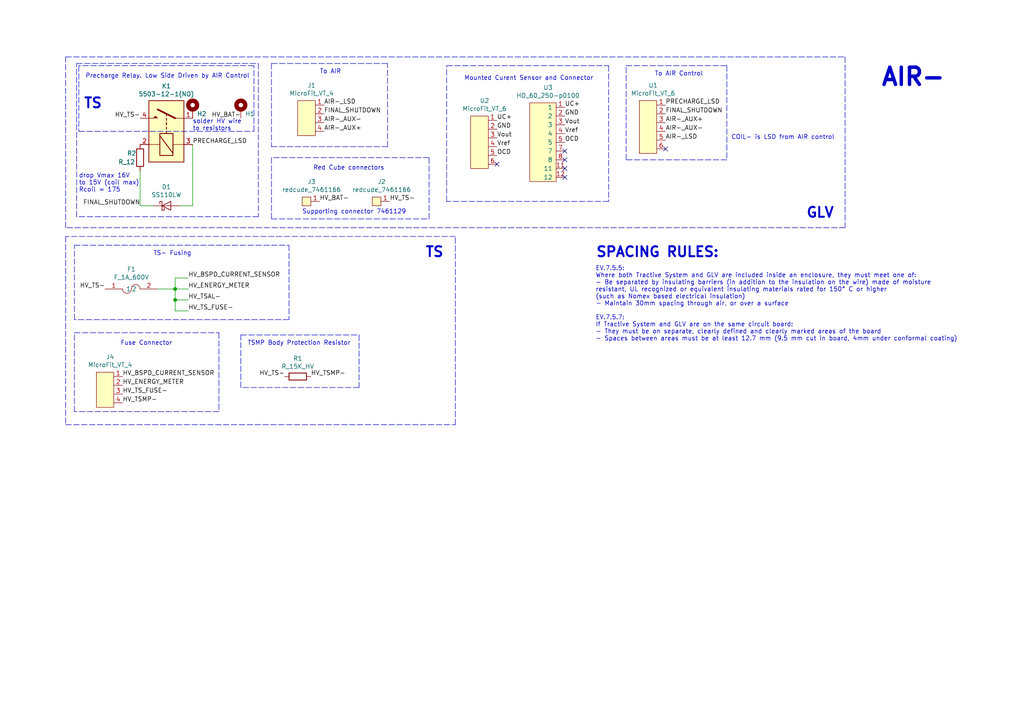
<source format=kicad_sch>
(kicad_sch (version 20211123) (generator eeschema)
  (paper "A4")
  (title_block (title "AIR Mount -") (date "2022-04-21") (rev "1.0") (company "Olin Electric Motorsports") (comment 1 "Elvis Wolcott"))
  (lib_symbols
    (symbol "Formula:F_1A_600V" (pin_names (offset 1.016))
      (property "Reference" "F" (at 0 3.81 0))
      (property "Value" "Formula_F_1A_600V" (at 0 -3.81 0))
      (symbol "F_1A_600V_0_1"
        (arc (start -2.54 0) (mid -1.27 -1.27) (end 0 0))
        (arc (start 1.27 1.27) (mid 0.3554 0.9071) (end 0 0))
        (arc (start 2.54 0) (mid 2.1771 0.9146) (end 1.27 1.27))
      )
      (symbol "F_1A_600V_1_1"
        (pin input line (at -7.62 0 0) (length 5.08) (name "1") (number "1"))
        (pin input line (at 7.62 0 180) (length 5.08) (name "2") (number "2"))
      )
    )
    (symbol "Formula:HO_60_250-p0100" (pin_names (offset 1.016))
      (property "Reference" "U" (at 0 0 0))
      (property "Value" "Formula_HO_60_250-p0100" (at 0 2.54 0))
      (symbol "HO_60_250-p0100_1_1"
        (rectangle (start 3.81 -25.4) (end -3.81 -2.54) (fill (type background)))
        (pin bidirectional line (at 6.35 -3.81 180) (length 2.54) (name "1") (number "1"))
        (pin bidirectional line (at 6.35 -21.59 180) (length 2.54) (name "11") (number "11"))
        (pin bidirectional line (at 6.35 -24.13 180) (length 2.54) (name "12") (number "12"))
        (pin bidirectional line (at 6.35 -6.35 180) (length 2.54) (name "2") (number "2"))
        (pin bidirectional line (at 6.35 -8.89 180) (length 2.54) (name "3") (number "3"))
        (pin bidirectional line (at 6.35 -11.43 180) (length 2.54) (name "4") (number "4"))
        (pin bidirectional line (at 6.35 -13.97 180) (length 2.54) (name "5") (number "5"))
        (pin bidirectional line (at 6.35 -16.51 180) (length 2.54) (name "7") (number "7"))
        (pin bidirectional line (at 6.35 -19.05 180) (length 2.54) (name "8") (number "8"))
      )
    )
    (symbol "Formula:MicroFit_VT_4" (pin_names (offset 1.016))
      (property "Reference" "J" (at 0 10.16 0))
      (property "Value" "Formula_MicroFit_VT_4" (at 0 7.62 0))
      (property "MPN" "430450414" (at -5.08 11.43 0))
      (property "PurchasingLink" "https://www.digikey.com/product-detail/en/molex/0430450414/WM1796-ND/252509" (at -7.62 13.97 0))
      (symbol "MicroFit_VT_4_0_1"
        (rectangle (start -2.54 5.08) (end 2.54 -5.08) (fill (type background)))
      )
      (symbol "MicroFit_VT_4_1_1"
        (pin input line (at 5.08 3.81 180) (length 2.54) (name "~") (number "1"))
        (pin input line (at 5.08 1.27 180) (length 2.54) (name "~") (number "2"))
        (pin input line (at 5.08 -1.27 180) (length 2.54) (name "~") (number "3"))
        (pin input line (at 5.08 -3.81 180) (length 2.54) (name "~") (number "4"))
      )
    )
    (symbol "Formula:MicroFit_VT_6" (pin_names (offset 1.016))
      (property "Reference" "U" (at 0 12.7 0))
      (property "Value" "Formula_MicroFit_VT_6" (at 0 10.16 0))
      (property "MPN" "430450614" (at -2.54 16.51 0))
      (property "PurchasingLink" "https://www.digikey.com/product-detail/en/molex/0430450614/WM1797-ND/252510" (at -6.35 13.97 0))
      (symbol "MicroFit_VT_6_0_1"
        (rectangle (start -2.54 7.62) (end 2.54 -7.62) (fill (type background)))
      )
      (symbol "MicroFit_VT_6_1_1"
        (pin input line (at 5.08 6.35 180) (length 2.54) (name "~") (number "1"))
        (pin input line (at 5.08 3.81 180) (length 2.54) (name "~") (number "2"))
        (pin input line (at 5.08 1.27 180) (length 2.54) (name "~") (number "3"))
        (pin input line (at 5.08 -1.27 180) (length 2.54) (name "~") (number "4"))
        (pin input line (at 5.08 -3.81 180) (length 2.54) (name "~") (number "5"))
        (pin input line (at 5.08 -6.35 180) (length 2.54) (name "~") (number "6"))
      )
    )
    (symbol "Formula:SS110LW" (pin_numbers hide) (pin_names (offset 1.016) hide)
      (property "Reference" "D" (at 0 2.54 0))
      (property "Value" "Formula_SS110LW" (at 0 -2.54 0))
      (symbol "SS110LW_0_1"
        (polyline (pts (xy 1.27 0) (xy -1.27 0)))
        (polyline (pts (xy 1.27 1.27) (xy 1.27 -1.27) (xy -1.27 0) (xy 1.27 1.27)) (stroke (width 0.2032)))
        (polyline (pts (xy -1.905 0.635) (xy -1.905 1.27) (xy -1.27 1.27) (xy -1.27 -1.27) (xy -0.635 -1.27) (xy -0.635 -0.635)) (stroke (width 0.2032)))
      )
      (symbol "SS110LW_1_1"
        (pin passive line (at -3.81 0 0) (length 2.54) (name "K") (number "1"))
        (pin passive line (at 3.81 0 180) (length 2.54) (name "A") (number "2"))
      )
    )
    (symbol "Formula:redcude_7461166" (pin_names (offset 1.016))
      (property "Reference" "J" (at 0 6.35 0))
      (property "Value" "Formula_redcude_7461166" (at 0 3.81 0))
      (symbol "redcude_7461166_0_1"
        (rectangle (start -1.27 1.27) (end 1.27 -1.27) (fill (type background)))
      )
      (symbol "redcude_7461166_1_1"
        (pin input line (at 3.81 0 180) (length 2.54) (name "~") (number "1"))
      )
    )
    (symbol "Mechanical:MountingHole_Pad" (pin_numbers hide) (pin_names (offset 1.016) hide)
      (property "Reference" "H" (at 0 6.35 0))
      (property "Value" "MountingHole_Pad" (at 0 4.445 0))
      (symbol "MountingHole_Pad_0_1"
        (circle (center 0 1.27) (radius 1.27) (stroke (width 1.27)))
      )
      (symbol "MountingHole_Pad_1_1"
        (pin input line (at 0 -2.54 90) (length 2.54) (name "1") (number "1"))
      )
    )
    (symbol "formula:5503-12-1(NO)" (pin_names (offset 1.016))
      (property "Reference" "K" (at 8.89 3.81 0))
      (property "Value" "formula_5503-12-1(NO)" (at 10.16 -3.81 0))
      (symbol "5503-12-1(NO)_0_0"
        (polyline (pts (xy 2.54 3.81) (xy 2.54 5.08)))
      )
      (symbol "5503-12-1(NO)_0_1"
        (rectangle (start -10.16 5.08) (end 7.62 -5.08) (stroke (width 0.254)) (fill (type background)))
        (rectangle (start -8.255 1.905) (end -1.905 -1.905) (stroke (width 0.254)))
        (polyline (pts (xy -7.62 -1.905) (xy -2.54 1.905)) (stroke (width 0.254)))
        (polyline (pts (xy -5.08 -5.08) (xy -5.08 -1.905)))
        (polyline (pts (xy -5.08 5.08) (xy -5.08 1.905)))
        (polyline (pts (xy -1.905 0) (xy -1.27 0)) (stroke (width 0.254)))
        (polyline (pts (xy -0.635 0) (xy 0 0)) (stroke (width 0.254)))
        (polyline (pts (xy 0.635 0) (xy 1.27 0)) (stroke (width 0.254)))
        (polyline (pts (xy 0.635 0) (xy 1.27 0)) (stroke (width 0.254)))
        (polyline (pts (xy 1.905 0) (xy 2.54 0)) (stroke (width 0.254)))
        (polyline (pts (xy 2.54 -2.54) (xy 2.54 -5.08)))
        (polyline (pts (xy 2.54 -2.54) (xy 5.08 2.54)) (stroke (width 0.508)))
        (polyline (pts (xy 3.175 0) (xy 3.81 0)) (stroke (width 0.254)))
        (polyline (pts (xy 2.54 2.54) (xy 3.175 3.175) (xy 2.54 3.81)) (fill (type outline)))
      )
      (symbol "5503-12-1(NO)_1_1"
        (pin passive line (at 2.54 -7.62 90) (length 2.54) (name "~") (number "1"))
        (pin passive line (at -5.08 7.62 270) (length 2.54) (name "~") (number "2"))
        (pin passive line (at -5.08 -7.62 90) (length 2.54) (name "~") (number "3"))
        (pin passive line (at 2.54 7.62 270) (length 2.54) (name "~") (number "4"))
      )
    )
    (symbol "formula:MicroFit_VT_4" (pin_names (offset 1.016))
      (property "Reference" "J" (at 0 10.16 0))
      (property "Value" "MicroFit_VT_4" (at 0 7.62 0))
      (property "MPN" "430450414" (at -5.08 11.43 0))
      (property "PurchasingLink" "https://www.digikey.com/product-detail/en/molex/0430450414/WM1796-ND/252509" (at -7.62 13.97 0))
      (symbol "MicroFit_VT_4_0_1"
        (rectangle (start -2.54 5.08) (end 2.54 -5.08) (fill (type background)))
      )
      (symbol "MicroFit_VT_4_1_1"
        (pin input line (at 5.08 3.81 180) (length 2.54) (name "~") (number "1"))
        (pin input line (at 5.08 1.27 180) (length 2.54) (name "~") (number "2"))
        (pin input line (at 5.08 -1.27 180) (length 2.54) (name "~") (number "3"))
        (pin input line (at 5.08 -3.81 180) (length 2.54) (name "~") (number "4"))
      )
    )
    (symbol "formula:R_12" (pin_numbers hide) (pin_names (offset 0))
      (property "Reference" "R" (at 2.032 0 90))
      (property "Value" "formula_R_12" (at -2.54 0 90))
      (symbol "R_12_0_1"
        (rectangle (start -1.016 -2.54) (end 1.016 2.54) (stroke (width 0.254)))
      )
      (symbol "R_12_1_1"
        (pin passive line (at 0 3.81 270) (length 1.27) (name "~") (number "1"))
        (pin passive line (at 0 -3.81 90) (length 1.27) (name "~") (number "2"))
      )
    )
    (symbol "formula:R_15K_HV" (pin_numbers hide) (pin_names (offset 0))
      (property "Reference" "R" (at 2.032 0 90))
      (property "Value" "formula_R_15K_HV" (at -2.54 0 90))
      (symbol "R_15K_HV_0_1"
        (rectangle (start -1.016 -2.54) (end 1.016 2.54) (stroke (width 0.254)))
      )
      (symbol "R_15K_HV_1_1"
        (pin passive line (at 0 3.81 270) (length 1.27) (name "~") (number "1"))
        (pin passive line (at 0 -3.81 90) (length 1.27) (name "~") (number "2"))
      )
    )
  )
  (junction (at 50.8 86.995))
  (junction (at 50.8 83.82))
  (no_connect (at 163.83 48.895))
  (no_connect (at 163.83 43.815))
  (no_connect (at 144.145 47.625))
  (no_connect (at 193.04 43.18))
  (no_connect (at 163.83 46.355))
  (no_connect (at 163.83 51.435))
  (wire (pts (xy 40.64 59.69) (xy 44.45 59.69)))
  (polyline (pts (xy 181.61 46.355) (xy 181.61 19.05)))
  (polyline (pts (xy 63.5 96.52) (xy 63.5 119.38)))
  (wire (pts (xy 45.72 83.82) (xy 50.8 83.82)))
  (polyline (pts (xy 78.74 18.415) (xy 112.395 18.415)))
  (polyline (pts (xy 21.59 119.38) (xy 21.59 96.52)))
  (wire (pts (xy 50.8 83.82) (xy 50.8 86.995)))
  (polyline (pts (xy 176.53 58.42) (xy 129.54 58.42)))
  (polyline (pts (xy 69.85 97.155) (xy 104.14 97.155)))
  (polyline (pts (xy 19.05 123.19) (xy 132.08 123.19)))
  (wire (pts (xy 50.8 83.82) (xy 50.8 80.645)))
  (polyline (pts (xy 124.46 45.72) (xy 78.74 45.72)))
  (polyline (pts (xy 129.54 58.42) (xy 129.54 19.05)))
  (polyline (pts (xy 104.14 112.395) (xy 69.85 112.395)))
  (polyline (pts (xy 210.82 19.05) (xy 210.82 46.355)))
  (wire (pts (xy 54.61 86.995) (xy 50.8 86.995)))
  (polyline (pts (xy 112.395 42.545) (xy 112.395 18.415)))
  (polyline (pts (xy 78.74 42.545) (xy 112.395 42.545)))
  (polyline (pts (xy 73.66 19.05) (xy 22.86 19.05)))
  (polyline (pts (xy 22.225 62.865) (xy 22.225 18.415)))
  (polyline (pts (xy 22.86 19.05) (xy 22.86 38.1)))
  (wire (pts (xy 40.64 49.53) (xy 40.64 59.69)))
  (polyline (pts (xy 19.05 16.51) (xy 245.11 16.51)))
  (wire (pts (xy 54.61 90.17) (xy 50.8 90.17)))
  (polyline (pts (xy 19.05 66.04) (xy 19.05 16.51)))
  (polyline (pts (xy 132.08 68.58) (xy 19.05 68.58)))
  (polyline (pts (xy 245.11 66.04) (xy 19.05 66.04)))
  (wire (pts (xy 55.88 59.69) (xy 55.88 41.91)))
  (polyline (pts (xy 78.74 18.415) (xy 78.74 42.545)))
  (polyline (pts (xy 129.54 19.05) (xy 176.53 19.05)))
  (polyline (pts (xy 132.08 123.19) (xy 132.08 68.58)))
  (polyline (pts (xy 21.59 92.71) (xy 21.59 71.12)))
  (polyline (pts (xy 69.85 112.395) (xy 69.85 97.155)))
  (polyline (pts (xy 74.93 62.865) (xy 22.225 62.865)))
  (polyline (pts (xy 74.93 18.415) (xy 74.93 62.865)))
  (polyline (pts (xy 21.59 71.12) (xy 83.82 71.12)))
  (polyline (pts (xy 181.61 19.05) (xy 210.82 19.05)))
  (wire (pts (xy 50.8 83.82) (xy 54.61 83.82)))
  (polyline (pts (xy 124.46 63.5) (xy 124.46 45.72)))
  (polyline (pts (xy 63.5 119.38) (xy 21.59 119.38)))
  (polyline (pts (xy 83.82 71.12) (xy 83.82 92.71)))
  (polyline (pts (xy 21.59 96.52) (xy 63.5 96.52)))
  (wire (pts (xy 50.8 86.995) (xy 50.8 90.17)))
  (polyline (pts (xy 83.82 92.71) (xy 21.59 92.71)))
  (polyline (pts (xy 210.82 46.355) (xy 181.61 46.355)))
  (polyline (pts (xy 22.225 18.415) (xy 74.93 18.415)))
  (polyline (pts (xy 78.74 45.72) (xy 78.74 63.5)))
  (polyline (pts (xy 245.11 16.51) (xy 245.11 66.04)))
  (wire (pts (xy 52.07 59.69) (xy 55.88 59.69)))
  (polyline (pts (xy 19.05 68.58) (xy 19.05 123.19)))
  (polyline (pts (xy 78.74 63.5) (xy 124.46 63.5)))
  (polyline (pts (xy 22.86 38.1) (xy 73.66 38.1)))
  (wire (pts (xy 50.8 80.645) (xy 54.61 80.645)))
  (polyline (pts (xy 176.53 19.05) (xy 176.53 58.42)))
  (polyline (pts (xy 104.14 97.155) (xy 104.14 112.395)))
  (polyline (pts (xy 73.66 38.1) (xy 73.66 19.05)))
  (text "GLV" (at 233.68 63.5 0) (effects (font (size 2.8702 2.8702) (thickness 0.574) bold) (justify left bottom)))
  (text "TS" (at 123.19 74.93 0) (effects (font (size 2.8702 2.8702) (thickness 0.574) bold) (justify left bottom)))
  (text "EV.7.5.5:\nWhere both Tractive System and GLV are included inside an enclosure, they must meet one of:\n- Be separated by insulating barriers (in addition to the insulation on the wire) made of moisture\nresistant, UL recognized or equivalent insulating materials rated for 150° C or higher \n(such as Nomex based electrical insulation)\n- Maintain 30mm spacing through air, or over a surface" (at 172.72 88.9 0) (effects (font (size 1.27 1.27)) (justify left bottom)))
  (text "solder HV wire\nto resistors" (at 55.88 38.1 0) (effects (font (size 1.27 1.27)) (justify left bottom)))
  (text "drop Vmax 16V \nto 15V (coil max)\nRcoil = 175" (at 22.86 55.88 0) (effects (font (size 1.27 1.27)) (justify left bottom)))
  (text "Red Cube connectors" (at 90.805 49.53 0) (effects (font (size 1.27 1.27)) (justify left bottom)))
  (text "EV.7.5.7:\nIf Tractive System and GLV are on the same circuit board: \n- They must be on separate, clearly defined and clearly marked areas of the board\n- Spaces between areas must be at least 12.7 mm (9.5 mm cut in board, 4mm under conformal coating)" (at 172.72 99.06 0) (effects (font (size 1.27 1.27)) (justify left bottom)))
  (text "To AIR Control" (at 189.865 22.225 0) (effects (font (size 1.27 1.27)) (justify left bottom)))
  (text "Supporting connector 7461129 " (at 87.63 62.23 0) (effects (font (size 1.27 1.27)) (justify left bottom)))
  (text "Mounted Curent Sensor and Connector" (at 134.62 23.495 0) (effects (font (size 1.27 1.27)) (justify left bottom)))
  (text "Fuse Connector" (at 34.925 100.33 0) (effects (font (size 1.27 1.27)) (justify left bottom)))
  (text "COIL- is LSD from AIR control" (at 212.09 40.64 0) (effects (font (size 1.27 1.27)) (justify left bottom)))
  (text "TSMP Body Protection Resistor" (at 71.755 100.33 0) (effects (font (size 1.27 1.27)) (justify left bottom)))
  (text "TS- Fusing " (at 44.45 74.295 0) (effects (font (size 1.27 1.27)) (justify left bottom)))
  (text "TS" (at 24.13 31.75 0) (effects (font (size 2.8702 2.8702) (thickness 0.574) bold) (justify left bottom)))
  (text "AIR-" (at 255.27 25.4 0) (effects (font (size 5.0038 5.0038) (thickness 1.0008) bold) (justify left bottom)))
  (text "To AIR" (at 92.71 21.59 0) (effects (font (size 1.27 1.27)) (justify left bottom)))
  (text "SPACING RULES:" (at 172.72 74.93 0) (effects (font (size 2.8702 2.8702) (thickness 0.574) bold) (justify left bottom)))
  (text "Precharge Relay. Low Side Driven by AIR Control\n" (at 24.765 22.86 0) (effects (font (size 1.27 1.27)) (justify left bottom)))
  (label "AIR-_AUX-" (at 93.98 35.56 0))
  (label "FINAL_SHUTDOWN" (at 40.64 59.69 180))
  (label "HV_TS_FUSE-" (at 54.61 90.17 0))
  (label "AIR-_LSD" (at 93.98 30.48 0))
  (label "HV_TS-" (at 113.03 58.42 0))
  (label "UC+" (at 163.83 31.115 0))
  (label "HV_TS-" (at 40.64 34.29 180))
  (label "AIR-_AUX-" (at 193.04 38.1 0))
  (label "HV_BSPD_CURRENT_SENSOR" (at 54.61 80.645 0))
  (label "Vout" (at 163.83 36.195 0))
  (label "AIR-_AUX+" (at 193.04 35.56 0))
  (label "HV_ENERGY_METER" (at 35.56 111.76 0))
  (label "HV_ENERGY_METER" (at 54.61 83.82 0))
  (label "HV_BAT-" (at 92.71 58.42 0))
  (label "Vref" (at 163.83 38.735 0))
  (label "AIR-_AUX+" (at 93.98 38.1 0))
  (label "HV_BSPD_CURRENT_SENSOR" (at 35.56 109.22 0))
  (label "FINAL_SHUTDOWN" (at 193.04 33.02 0))
  (label "PRECHARGE_LSD" (at 193.04 30.48 0))
  (label "OCD" (at 144.145 45.085 0))
  (label "HV_TS-" (at 30.48 83.82 180))
  (label "FINAL_SHUTDOWN" (at 93.98 33.02 0))
  (label "HV_TS-" (at 82.55 109.22 180))
  (label "HV_BAT-" (at 69.85 34.29 180))
  (label "GND" (at 144.145 37.465 0))
  (label "HV_TS_FUSE-" (at 35.56 114.3 0))
  (label "HV_TSMP-" (at 35.56 116.84 0))
  (label "GND" (at 163.83 33.655 0))
  (label "HV_TSMP-" (at 90.17 109.22 0))
  (label "AIR-_LSD" (at 193.04 40.64 0))
  (label "Vout" (at 144.145 40.005 0))
  (label "HV_TSAL-" (at 54.61 86.995 0))
  (label "PRECHARGE_LSD" (at 55.88 41.91 0))
  (label "OCD" (at 163.83 41.275 0))
  (label "Vref" (at 144.145 42.545 0))
  (label "UC+" (at 144.145 34.925 0))
  (symbol (lib_id "Formula:F_1A_600V") (at 38.1 83.82 0) (unit 1)
    (property "Reference" "F1" (at 38.1 78.105 0))
    (property "Value" "F_1A_600V" (at 38.1 80.4164 0))
    (property "Footprint" "footprints:Fuse_1A_600V" (effects hide))
    (property "Datasheet" "https://media.digikey.com/pdf/Data%20Sheets/Bel%20Fuse%20PDFs/0ADAC_0ADAP_Series.pdf" (effects hide))
    (property "PurchasingLink" "https://www.digikey.com/product-detail/en/bel-fuse-inc/0ADAP1000-RE/507-2220-ND/8028479" (effects hide))
  )
  (symbol (lib_id "Formula:SS110LW") (at 48.26 59.69 0) (unit 1)
    (property "Reference" "D1" (at 48.26 54.2036 0))
    (property "Value" "SS110LW" (at 48.26 56.515 0))
    (property "Footprint" "footprints:D_SOD-123W_OEM" (effects hide))
    (property "Datasheet" "http://www.taiwansemi.com/products/datasheet/SS14LW%20SERIES_A1511.pdf" (effects hide))
    (property "MFN" "DK" (effects hide))
    (property "MPN" "SS110LWRVGCT-ND" (effects hide))
    (property "PurchasingLink" "https://www.digikey.com/product-detail/en/taiwan-semiconductor-corporation/SS110LW-RVG/SS110LWRVGCT-ND/7359346" (effects hide))
  )
  (symbol (lib_id "Formula:redcude_7461166") (at 109.22 58.42 0) (unit 1)
    (property "Reference" "J2" (at 110.6932 52.705 0))
    (property "Value" "redcude_7461166" (at 110.6932 55.0164 0))
    (property "Footprint" "footprints:redcube_7461166" (effects hide))
    (property "Datasheet" "we-online.de/katalog/datasheet/7461166.pdf" (effects hide))
  )
  (symbol (lib_id "Formula:redcude_7461166") (at 88.9 58.42 0) (unit 1)
    (property "Reference" "J3" (at 90.3732 52.705 0))
    (property "Value" "redcude_7461166" (at 90.3732 55.0164 0))
    (property "Footprint" "footprints:redcube_7461166" (effects hide))
    (property "Datasheet" "we-online.de/katalog/datasheet/7461166.pdf" (effects hide))
  )
  (symbol (lib_id "Formula:MicroFit_VT_4") (at 30.48 113.03 0) (unit 1)
    (property "Reference" "J4" (at 31.9532 103.505 0))
    (property "Value" "MicroFit_VT_4" (at 31.9532 105.8164 0))
    (property "Footprint" "footprints:MicroFit_VT_4" (effects hide))
    (property "MPN" "430450414" (effects hide))
    (property "PurchasingLink" "https://www.digikey.com/product-detail/en/molex/0430450414/WM1796-ND/252509" (effects hide))
  )
  (symbol (lib_id "Formula:MicroFit_VT_6") (at 187.96 36.83 0) (unit 1)
    (property "Reference" "U1" (at 189.4332 24.765 0))
    (property "Value" "MicroFit_VT_6" (at 189.4332 27.0764 0))
    (property "Footprint" "footprints:MicroFit_VT_6" (effects hide))
    (property "MPN" "0430450614" (effects hide))
    (property "PurchasingLink" "https://www.digikey.com/product-detail/en/molex/0430450614/WM1797-ND/252510" (effects hide))
  )
  (symbol (lib_id "Formula:MicroFit_VT_6") (at 139.065 41.275 0) (unit 1)
    (property "Reference" "U2" (at 140.5382 29.21 0))
    (property "Value" "MicroFit_VT_6" (at 140.5382 31.5214 0))
    (property "Footprint" "footprints:MicroFit_VT_6" (effects hide))
    (property "MPN" "0430450614" (effects hide))
    (property "PurchasingLink" "https://www.digikey.com/product-detail/en/molex/0430450614/WM1797-ND/252510" (effects hide))
  )
  (symbol (lib_id "Formula:HO_60_250-p0100") (at 157.48 27.305 0) (unit 1)
    (property "Reference" "U3" (at 158.9532 25.4 0))
    (property "Value" "HO_60_250-p0100" (at 158.9532 27.7114 0))
    (property "Footprint" "footprints:HO_60_250-p0100" (effects hide))
  )
  (symbol (lib_id "Mechanical:MountingHole_Pad") (at 69.85 31.75 0) (unit 1)
    (property "Reference" "H1" (at 71.12 33.02 0) (effects (justify left)))
    (property "Value" "HOLE" (effects hide))
    (property "Footprint" "MountingHole:MountingHole_2.5mm_Pad" (effects hide))
  )
  (symbol (lib_id "formula:R_15K_HV") (at 86.36 109.22 270) (unit 1)
    (property "Reference" "R1" (at 86.36 103.9622 90))
    (property "Value" "R_15K_HV" (at 86.36 106.2736 90))
    (property "Footprint" "footprints:R_TSMP_SMD_5329" (effects hide))
    (property "Datasheet" "https://www.te.com/commerce/DocumentDelivery/DDEController?Action=srchrtrv&DocNm=1773242&DocType=DS&DocLang=English" (effects hide))
    (property "MFN" "DK" (effects hide))
    (property "MPN" "SMF515KJT" (effects hide))
    (property "PurchasingLink" "https://www.digikey.com/en/products/detail/te-connectivity-passive-product/SMF515KJT/2367113" (effects hide))
  )
  (symbol (lib_id "Mechanical:MountingHole_Pad") (at 55.88 31.75 0) (unit 1)
    (property "Reference" "H2" (at 57.15 33.02 0) (effects (justify left)))
    (property "Value" "HOLE" (effects hide))
    (property "Footprint" "MountingHole:MountingHole_2.5mm_Pad" (effects hide))
  )
  (symbol (lib_id "formula:5503-12-1(NO)") (at 48.26 36.83 90) (unit 1)
    (property "Reference" "K1" (at 48.26 24.9682 90))
    (property "Value" "5503-12-1(NO)" (at 48.26 27.2796 90))
    (property "Footprint" "footprints:Relay_Coto_5500" (effects hide))
    (property "Datasheet" "https://www.mouser.com/datasheet/2/89/5500_series_reed_relay_datasheet-1667093.pdf" (effects hide))
    (property "MFN" "COTO" (effects hide))
    (property "MPN" "5503-12-1" (effects hide))
    (property "PurchasingLink" "https://www.mouser.com/ProductDetail/Coto-Technology/5503-12-1?qs=PSXJKkD%2FXAS95qerU0wiiQ%3D%3D" (effects hide))
  )
  (symbol (lib_id "formula:MicroFit_VT_4") (at 88.9 34.29 0) (unit 1)
    (property "Reference" "J1" (at 90.3732 24.765 0))
    (property "Value" "MicroFit_VT_4" (at 90.3732 27.0764 0))
    (property "Footprint" "footprints:MicroFit_VT_4" (effects hide))
    (property "MPN" "430450414" (effects hide))
    (property "PurchasingLink" "https://www.digikey.com/product-detail/en/molex/0430450414/WM1796-ND/252509" (effects hide))
  )
  (symbol (lib_id "formula:R_12") (at 40.64 45.72 0) (unit 1)
    (property "Reference" "R2" (at 36.83 44.45 0) (effects (justify left)))
    (property "Value" "R_12" (at 34.29 46.99 0) (effects (justify left)))
    (property "Footprint" "footprints:R_0805_OEM" (effects hide))
    (property "Datasheet" "https://www.te.com/commerce/DocumentDelivery/DDEController?Action=srchrtrv&DocNm=1773200-1&DocType=DS&DocLang=English" (effects hide))
    (property "MFN" "TE" (effects hide))
    (property "MPN" "CPF-A-0805B12RE" (effects hide))
    (property "PurchasingLink" "https://www.digikey.com/en/products/detail/te-connectivity-passive-product/CPF-A-0805B12RE/5583863" (effects hide))
  )
)
</source>
